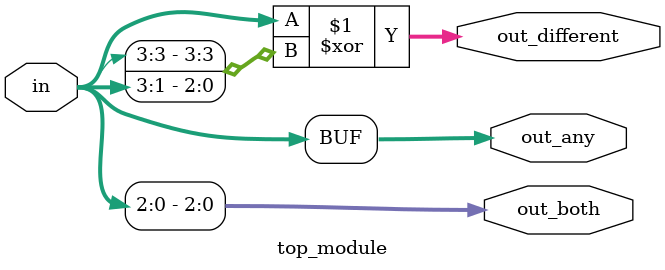
<source format=sv>
module top_module (
    input [3:0] in,
    output [2:0] out_both,
    output [3:0] out_any,
    output [3:0] out_different
);

assign out_both = in[2:0];
assign out_any = in;
assign out_different = in ^ {in[3], in[3:1]};

endmodule

</source>
